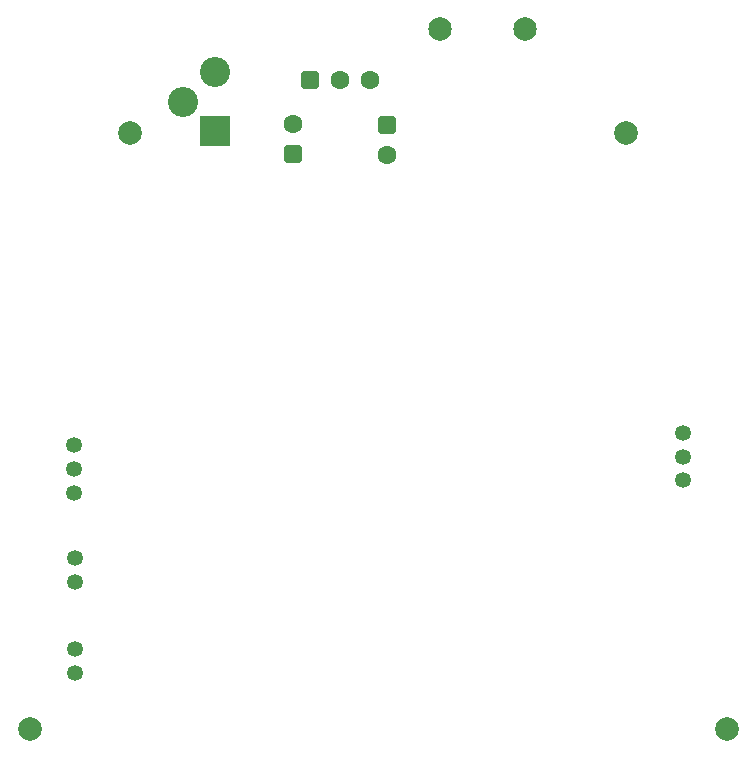
<source format=gbr>
G04*
G04 #@! TF.GenerationSoftware,Altium Limited,Altium Designer,23.8.1 (32)*
G04*
G04 Layer_Color=12632256*
%FSLAX44Y44*%
%MOMM*%
G71*
G04*
G04 #@! TF.SameCoordinates,B1DDD4D6-6927-4A11-B6FF-346F9E1F7E25*
G04*
G04*
G04 #@! TF.FilePolarity,Positive*
G04*
G01*
G75*
%ADD78C,1.3500*%
%ADD79C,1.9950*%
G04:AMPARAMS|DCode=80|XSize=1.6mm|YSize=1.6mm|CornerRadius=0.4mm|HoleSize=0mm|Usage=FLASHONLY|Rotation=90.000|XOffset=0mm|YOffset=0mm|HoleType=Round|Shape=RoundedRectangle|*
%AMROUNDEDRECTD80*
21,1,1.6000,0.8000,0,0,90.0*
21,1,0.8000,1.6000,0,0,90.0*
1,1,0.8000,0.4000,0.4000*
1,1,0.8000,0.4000,-0.4000*
1,1,0.8000,-0.4000,-0.4000*
1,1,0.8000,-0.4000,0.4000*
%
%ADD80ROUNDEDRECTD80*%
%ADD81C,1.6000*%
%ADD82C,2.0000*%
%ADD83R,2.5500X2.5500*%
%ADD84C,2.5500*%
G04:AMPARAMS|DCode=85|XSize=1.6mm|YSize=1.6mm|CornerRadius=0.4mm|HoleSize=0mm|Usage=FLASHONLY|Rotation=0.000|XOffset=0mm|YOffset=0mm|HoleType=Round|Shape=RoundedRectangle|*
%AMROUNDEDRECTD85*
21,1,1.6000,0.8000,0,0,0.0*
21,1,0.8000,1.6000,0,0,0.0*
1,1,0.8000,0.4000,-0.4000*
1,1,0.8000,-0.4000,-0.4000*
1,1,0.8000,-0.4000,0.4000*
1,1,0.8000,0.4000,0.4000*
%
%ADD85ROUNDEDRECTD85*%
D78*
X68580Y97790D02*
D03*
Y77790D02*
D03*
Y154940D02*
D03*
Y174940D02*
D03*
X582930Y240670D02*
D03*
Y260670D02*
D03*
Y280670D02*
D03*
X67310Y230190D02*
D03*
Y250190D02*
D03*
Y270190D02*
D03*
D79*
X449100Y622430D02*
D03*
X377600D02*
D03*
D80*
X252560Y516620D02*
D03*
X332500Y541770D02*
D03*
D81*
X252560Y542020D02*
D03*
X317960Y579320D02*
D03*
X292560D02*
D03*
X332500Y516370D02*
D03*
D82*
X620000Y30000D02*
D03*
X30000D02*
D03*
X535000Y535000D02*
D03*
X115000D02*
D03*
D83*
X186450Y536220D02*
D03*
D84*
X159450Y561220D02*
D03*
X186450Y586220D02*
D03*
D85*
X267160Y579320D02*
D03*
M02*

</source>
